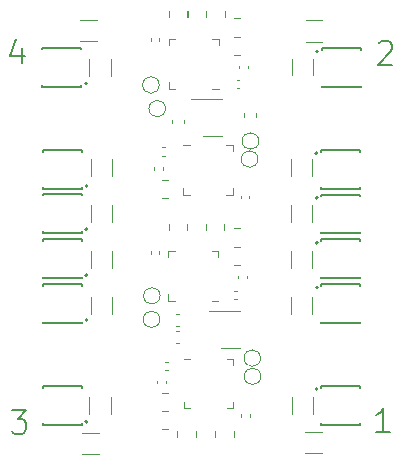
<source format=gbr>
%TF.GenerationSoftware,KiCad,Pcbnew,7.0.2*%
%TF.CreationDate,2023-05-24T20:20:14+03:00*%
%TF.ProjectId,Slimmeri_GD32,536c696d-6d65-4726-995f-474433322e6b,rev?*%
%TF.SameCoordinates,Original*%
%TF.FileFunction,Legend,Top*%
%TF.FilePolarity,Positive*%
%FSLAX46Y46*%
G04 Gerber Fmt 4.6, Leading zero omitted, Abs format (unit mm)*
G04 Created by KiCad (PCBNEW 7.0.2) date 2023-05-24 20:20:14*
%MOMM*%
%LPD*%
G01*
G04 APERTURE LIST*
%ADD10C,0.150000*%
%ADD11C,0.120000*%
%ADD12C,0.200000*%
%ADD13C,0.127000*%
G04 APERTURE END LIST*
D10*
X119435714Y-89705238D02*
X120673809Y-89705238D01*
X120673809Y-89705238D02*
X120007142Y-90467142D01*
X120007142Y-90467142D02*
X120292857Y-90467142D01*
X120292857Y-90467142D02*
X120483333Y-90562380D01*
X120483333Y-90562380D02*
X120578571Y-90657619D01*
X120578571Y-90657619D02*
X120673809Y-90848095D01*
X120673809Y-90848095D02*
X120673809Y-91324285D01*
X120673809Y-91324285D02*
X120578571Y-91514761D01*
X120578571Y-91514761D02*
X120483333Y-91610000D01*
X120483333Y-91610000D02*
X120292857Y-91705238D01*
X120292857Y-91705238D02*
X119721428Y-91705238D01*
X119721428Y-91705238D02*
X119530952Y-91610000D01*
X119530952Y-91610000D02*
X119435714Y-91514761D01*
X150530952Y-58645714D02*
X150626190Y-58550476D01*
X150626190Y-58550476D02*
X150816666Y-58455238D01*
X150816666Y-58455238D02*
X151292857Y-58455238D01*
X151292857Y-58455238D02*
X151483333Y-58550476D01*
X151483333Y-58550476D02*
X151578571Y-58645714D01*
X151578571Y-58645714D02*
X151673809Y-58836190D01*
X151673809Y-58836190D02*
X151673809Y-59026666D01*
X151673809Y-59026666D02*
X151578571Y-59312380D01*
X151578571Y-59312380D02*
X150435714Y-60455238D01*
X150435714Y-60455238D02*
X151673809Y-60455238D01*
X151423809Y-91555238D02*
X150280952Y-91555238D01*
X150852380Y-91555238D02*
X150852380Y-89555238D01*
X150852380Y-89555238D02*
X150661904Y-89840952D01*
X150661904Y-89840952D02*
X150471428Y-90031428D01*
X150471428Y-90031428D02*
X150280952Y-90126666D01*
X120283333Y-59021904D02*
X120283333Y-60355238D01*
X119807142Y-58260000D02*
X119330952Y-59688571D01*
X119330952Y-59688571D02*
X120569047Y-59688571D01*
D11*
%TO.C,TP8*%
X131975000Y-82025000D02*
G75*
G03*
X131975000Y-82025000I-700000J0D01*
G01*
%TO.C,TP7*%
X132000000Y-80025000D02*
G75*
G03*
X132000000Y-80025000I-700000J0D01*
G01*
%TO.C,TP6*%
X132450000Y-64175000D02*
G75*
G03*
X132450000Y-64175000I-700000J0D01*
G01*
%TO.C,TP5*%
X131925000Y-62175000D02*
G75*
G03*
X131925000Y-62175000I-700000J0D01*
G01*
%TO.C,TP4*%
X140350000Y-66925000D02*
G75*
G03*
X140350000Y-66925000I-700000J0D01*
G01*
%TO.C,TP3*%
X140275000Y-68450000D02*
G75*
G03*
X140275000Y-68450000I-700000J0D01*
G01*
%TO.C,TP2*%
X140500000Y-85300000D02*
G75*
G03*
X140500000Y-85300000I-700000J0D01*
G01*
%TO.C,TP1*%
X140525000Y-86850000D02*
G75*
G03*
X140525000Y-86850000I-700000J0D01*
G01*
%TO.C,RN24*%
X137455000Y-55925000D02*
X137455000Y-56425000D01*
X135895000Y-55925000D02*
X135895000Y-56425000D01*
%TO.C,RN8*%
X135070000Y-91975000D02*
X135070000Y-91475000D01*
X136630000Y-91975000D02*
X136630000Y-91475000D01*
D12*
%TO.C,Q14*%
X145350000Y-71725000D02*
G75*
G03*
X145350000Y-71725000I-100000J0D01*
G01*
D13*
X145650000Y-74750000D02*
X145650000Y-74605000D01*
X148950000Y-74750000D02*
X145650000Y-74750000D01*
X148950000Y-74605000D02*
X148950000Y-74750000D01*
X145650000Y-71595000D02*
X145650000Y-71450000D01*
X145650000Y-71450000D02*
X148950000Y-71450000D01*
X148950000Y-71450000D02*
X148950000Y-71595000D01*
D11*
%TO.C,C63*%
X126115000Y-80138748D02*
X126115000Y-81561252D01*
X127935000Y-80138748D02*
X127935000Y-81561252D01*
D12*
%TO.C,Q10*%
X125862500Y-70725000D02*
G75*
G03*
X125862500Y-70725000I-100000J0D01*
G01*
D13*
X125362500Y-67700000D02*
X125362500Y-67845000D01*
X122062500Y-67700000D02*
X125362500Y-67700000D01*
X122062500Y-67845000D02*
X122062500Y-67700000D01*
X125362500Y-70855000D02*
X125362500Y-71000000D01*
X125362500Y-71000000D02*
X122062500Y-71000000D01*
X122062500Y-71000000D02*
X122062500Y-70855000D01*
D11*
%TO.C,RN14*%
X132125000Y-70195000D02*
X132625000Y-70195000D01*
X132125000Y-71755000D02*
X132625000Y-71755000D01*
D12*
%TO.C,Q18*%
X145375000Y-59350000D02*
G75*
G03*
X145375000Y-59350000I-100000J0D01*
G01*
D13*
X145675000Y-62375000D02*
X145675000Y-62230000D01*
X148975000Y-62375000D02*
X145675000Y-62375000D01*
X148975000Y-62230000D02*
X148975000Y-62375000D01*
X145675000Y-59220000D02*
X145675000Y-59075000D01*
X145675000Y-59075000D02*
X148975000Y-59075000D01*
X148975000Y-59075000D02*
X148975000Y-59220000D01*
D11*
%TO.C,C32*%
X133640580Y-83040000D02*
X133359420Y-83040000D01*
X133640580Y-84060000D02*
X133359420Y-84060000D01*
%TO.C,C15*%
X131910000Y-58445336D02*
X131910000Y-58229664D01*
X131190000Y-58445336D02*
X131190000Y-58229664D01*
%TO.C,C57*%
X126115000Y-69861252D02*
X126115000Y-68438748D01*
X127935000Y-69861252D02*
X127935000Y-68438748D01*
%TO.C,C64*%
X127935000Y-77661252D02*
X127935000Y-76238748D01*
X126115000Y-77661252D02*
X126115000Y-76238748D01*
%TO.C,C49*%
X143065000Y-72338748D02*
X143065000Y-73761252D01*
X144885000Y-72338748D02*
X144885000Y-73761252D01*
%TO.C,C16*%
X138690000Y-60542164D02*
X138690000Y-60757836D01*
X139410000Y-60542164D02*
X139410000Y-60757836D01*
%TO.C,RN28*%
X132719503Y-73925000D02*
X132719503Y-74425000D01*
X134279503Y-73925000D02*
X134279503Y-74425000D01*
%TO.C,U1*%
X138210000Y-89560000D02*
X138210000Y-89010000D01*
X138210000Y-85340000D02*
X138210000Y-85890000D01*
X137660000Y-89560000D02*
X138210000Y-89560000D01*
X137660000Y-85340000D02*
X138210000Y-85340000D01*
X134540000Y-89560000D02*
X133990000Y-89560000D01*
X134540000Y-85340000D02*
X133990000Y-85340000D01*
X133990000Y-89560000D02*
X133990000Y-89010000D01*
%TO.C,C5*%
X138815000Y-71542164D02*
X138815000Y-71757836D01*
X139535000Y-71542164D02*
X139535000Y-71757836D01*
%TO.C,C1*%
X138865000Y-90042164D02*
X138865000Y-90257836D01*
X139585000Y-90042164D02*
X139585000Y-90257836D01*
%TO.C,C4*%
X132485000Y-87432836D02*
X132485000Y-87217164D01*
X131765000Y-87432836D02*
X131765000Y-87217164D01*
%TO.C,RN4*%
X132200000Y-89782500D02*
X132700000Y-89782500D01*
X132200000Y-91342500D02*
X132700000Y-91342500D01*
%TO.C,C23*%
X131189503Y-76457836D02*
X131189503Y-76242164D01*
X131909503Y-76457836D02*
X131909503Y-76242164D01*
%TO.C,C52*%
X145711252Y-91540000D02*
X144288748Y-91540000D01*
X145711252Y-93360000D02*
X144288748Y-93360000D01*
%TO.C,C58*%
X127935000Y-72338748D02*
X127935000Y-73761252D01*
X126115000Y-72338748D02*
X126115000Y-73761252D01*
%TO.C,C30*%
X133640580Y-81565000D02*
X133359420Y-81565000D01*
X133640580Y-82585000D02*
X133359420Y-82585000D01*
%TO.C,C18*%
X138492164Y-62435000D02*
X138707836Y-62435000D01*
X138492164Y-61715000D02*
X138707836Y-61715000D01*
D12*
%TO.C,Q22*%
X145362500Y-79325000D02*
G75*
G03*
X145362500Y-79325000I-100000J0D01*
G01*
D13*
X145662500Y-82350000D02*
X145662500Y-82205000D01*
X148962500Y-82350000D02*
X145662500Y-82350000D01*
X148962500Y-82205000D02*
X148962500Y-82350000D01*
X145662500Y-79195000D02*
X145662500Y-79050000D01*
X145662500Y-79050000D02*
X148962500Y-79050000D01*
X148962500Y-79050000D02*
X148962500Y-79195000D01*
D11*
%TO.C,RN30*%
X138724503Y-77430000D02*
X138224503Y-77430000D01*
X138724503Y-75870000D02*
X138224503Y-75870000D01*
%TO.C,C68*%
X145736252Y-56690000D02*
X144313748Y-56690000D01*
X145736252Y-58510000D02*
X144313748Y-58510000D01*
%TO.C,C55*%
X143165000Y-88613748D02*
X143165000Y-90036252D01*
X144985000Y-88613748D02*
X144985000Y-90036252D01*
D12*
%TO.C,Q24*%
X145362500Y-75525000D02*
G75*
G03*
X145362500Y-75525000I-100000J0D01*
G01*
D13*
X145662500Y-78550000D02*
X145662500Y-78405000D01*
X148962500Y-78550000D02*
X145662500Y-78550000D01*
X148962500Y-78405000D02*
X148962500Y-78550000D01*
X145662500Y-75395000D02*
X145662500Y-75250000D01*
X145662500Y-75250000D02*
X148962500Y-75250000D01*
X148962500Y-75250000D02*
X148962500Y-75395000D01*
D11*
%TO.C,C51*%
X125363748Y-93435000D02*
X126786252Y-93435000D01*
X125363748Y-91615000D02*
X126786252Y-91615000D01*
%TO.C,C48*%
X144885000Y-69861252D02*
X144885000Y-68438748D01*
X143065000Y-69861252D02*
X143065000Y-68438748D01*
D12*
%TO.C,Q16*%
X145325000Y-67975000D02*
G75*
G03*
X145325000Y-67975000I-100000J0D01*
G01*
D13*
X145625000Y-71000000D02*
X145625000Y-70855000D01*
X148925000Y-71000000D02*
X145625000Y-71000000D01*
X148925000Y-70855000D02*
X148925000Y-71000000D01*
X145625000Y-67845000D02*
X145625000Y-67700000D01*
X145625000Y-67700000D02*
X148925000Y-67700000D01*
X148925000Y-67700000D02*
X148925000Y-67845000D01*
D12*
%TO.C,Q20*%
X145337500Y-87925000D02*
G75*
G03*
X145337500Y-87925000I-100000J0D01*
G01*
D13*
X145637500Y-90950000D02*
X145637500Y-90805000D01*
X148937500Y-90950000D02*
X145637500Y-90950000D01*
X148937500Y-90805000D02*
X148937500Y-90950000D01*
X145637500Y-87795000D02*
X145637500Y-87650000D01*
X145637500Y-87650000D02*
X148937500Y-87650000D01*
X148937500Y-87650000D02*
X148937500Y-87795000D01*
D11*
%TO.C,C50*%
X143065000Y-80138748D02*
X143065000Y-81561252D01*
X144885000Y-80138748D02*
X144885000Y-81561252D01*
%TO.C,RN32*%
X135869503Y-73925000D02*
X135869503Y-74425000D01*
X137429503Y-73925000D02*
X137429503Y-74425000D01*
%TO.C,C25*%
X138266667Y-80310000D02*
X138482339Y-80310000D01*
X138266667Y-79590000D02*
X138482339Y-79590000D01*
%TO.C,RN6*%
X132200000Y-88232500D02*
X132700000Y-88232500D01*
X132200000Y-89792500D02*
X132700000Y-89792500D01*
%TO.C,RN7*%
X136670000Y-91975000D02*
X136670000Y-91475000D01*
X138230000Y-91975000D02*
X138230000Y-91475000D01*
%TO.C,C40*%
X125238748Y-58460000D02*
X126661252Y-58460000D01*
X125238748Y-56640000D02*
X126661252Y-56640000D01*
%TO.C,U9*%
X137925000Y-84410000D02*
X138725000Y-84410000D01*
X137925000Y-84410000D02*
X137125000Y-84410000D01*
X137925000Y-81290000D02*
X138725000Y-81290000D01*
X137925000Y-81290000D02*
X136125000Y-81290000D01*
D12*
%TO.C,Q4*%
X125850000Y-82075000D02*
G75*
G03*
X125850000Y-82075000I-100000J0D01*
G01*
D13*
X125350000Y-79050000D02*
X125350000Y-79195000D01*
X122050000Y-79050000D02*
X125350000Y-79050000D01*
X122050000Y-79195000D02*
X122050000Y-79050000D01*
X125350000Y-82205000D02*
X125350000Y-82350000D01*
X125350000Y-82350000D02*
X122050000Y-82350000D01*
X122050000Y-82350000D02*
X122050000Y-82205000D01*
D11*
%TO.C,RN29*%
X134294503Y-73925000D02*
X134294503Y-74425000D01*
X135854503Y-73925000D02*
X135854503Y-74425000D01*
%TO.C,C71*%
X144960000Y-61361252D02*
X144960000Y-59938748D01*
X143140000Y-61361252D02*
X143140000Y-59938748D01*
%TO.C,RN5*%
X133470000Y-91975000D02*
X133470000Y-91475000D01*
X135030000Y-91975000D02*
X135030000Y-91475000D01*
%TO.C,U3*%
X138160000Y-71460000D02*
X138160000Y-70910000D01*
X138160000Y-67240000D02*
X138160000Y-67790000D01*
X137610000Y-71460000D02*
X138160000Y-71460000D01*
X137610000Y-67240000D02*
X138160000Y-67240000D01*
X134490000Y-71460000D02*
X133940000Y-71460000D01*
X134490000Y-67240000D02*
X133940000Y-67240000D01*
X133940000Y-71460000D02*
X133940000Y-70910000D01*
%TO.C,U5*%
X132740000Y-58265000D02*
X132740000Y-58815000D01*
X132740000Y-62485000D02*
X132740000Y-61935000D01*
X133290000Y-58265000D02*
X132740000Y-58265000D01*
X133290000Y-62485000D02*
X132740000Y-62485000D01*
X136410000Y-58265000D02*
X136960000Y-58265000D01*
X136410000Y-62485000D02*
X136960000Y-62485000D01*
X136960000Y-58265000D02*
X136960000Y-58815000D01*
D13*
%TO.C,Q6*%
X122050000Y-90950000D02*
X122050000Y-90805000D01*
X125350000Y-90950000D02*
X122050000Y-90950000D01*
X125350000Y-90805000D02*
X125350000Y-90950000D01*
X122050000Y-87795000D02*
X122050000Y-87650000D01*
X122050000Y-87650000D02*
X125350000Y-87650000D01*
X125350000Y-87650000D02*
X125350000Y-87795000D01*
D12*
X125850000Y-90675000D02*
G75*
G03*
X125850000Y-90675000I-100000J0D01*
G01*
D11*
%TO.C,RN31*%
X138724503Y-75855000D02*
X138224503Y-75855000D01*
X138724503Y-74295000D02*
X138224503Y-74295000D01*
D12*
%TO.C,Q1*%
X125850000Y-78275000D02*
G75*
G03*
X125850000Y-78275000I-100000J0D01*
G01*
D13*
X125350000Y-75250000D02*
X125350000Y-75395000D01*
X122050000Y-75250000D02*
X125350000Y-75250000D01*
X122050000Y-75395000D02*
X122050000Y-75250000D01*
X125350000Y-78405000D02*
X125350000Y-78550000D01*
X125350000Y-78550000D02*
X122050000Y-78550000D01*
X122050000Y-78550000D02*
X122050000Y-78405000D01*
D11*
%TO.C,RN22*%
X138750000Y-59655000D02*
X138250000Y-59655000D01*
X138750000Y-58095000D02*
X138250000Y-58095000D01*
%TO.C,C8*%
X132407836Y-67465000D02*
X132192164Y-67465000D01*
X132407836Y-68185000D02*
X132192164Y-68185000D01*
%TO.C,RN21*%
X135880000Y-55925000D02*
X135880000Y-56425000D01*
X134320000Y-55925000D02*
X134320000Y-56425000D01*
%TO.C,C13*%
X132657836Y-85590000D02*
X132442164Y-85590000D01*
X132657836Y-86310000D02*
X132442164Y-86310000D01*
%TO.C,C38*%
X127835000Y-61386252D02*
X127835000Y-59963748D01*
X126015000Y-61386252D02*
X126015000Y-59963748D01*
D13*
%TO.C,Q8*%
X122012500Y-62325000D02*
X122012500Y-62180000D01*
X125312500Y-62325000D02*
X122012500Y-62325000D01*
X125312500Y-62180000D02*
X125312500Y-62325000D01*
X122012500Y-59170000D02*
X122012500Y-59025000D01*
X122012500Y-59025000D02*
X125312500Y-59025000D01*
X125312500Y-59025000D02*
X125312500Y-59170000D01*
D12*
X125812500Y-62050000D02*
G75*
G03*
X125812500Y-62050000I-100000J0D01*
G01*
D11*
%TO.C,C53*%
X125990000Y-88613748D02*
X125990000Y-90036252D01*
X127810000Y-88613748D02*
X127810000Y-90036252D01*
%TO.C,C6*%
X132210000Y-69332836D02*
X132210000Y-69117164D01*
X131490000Y-69332836D02*
X131490000Y-69117164D01*
D12*
%TO.C,Q12*%
X125850000Y-74400000D02*
G75*
G03*
X125850000Y-74400000I-100000J0D01*
G01*
D13*
X125350000Y-71375000D02*
X125350000Y-71520000D01*
X122050000Y-71375000D02*
X125350000Y-71375000D01*
X122050000Y-71520000D02*
X122050000Y-71375000D01*
X125350000Y-74530000D02*
X125350000Y-74675000D01*
X125350000Y-74675000D02*
X122050000Y-74675000D01*
X122050000Y-74675000D02*
X122050000Y-74530000D01*
D11*
%TO.C,RN20*%
X134305000Y-55925000D02*
X134305000Y-56425000D01*
X132745000Y-55925000D02*
X132745000Y-56425000D01*
%TO.C,RN23*%
X138750000Y-58080000D02*
X138250000Y-58080000D01*
X138750000Y-56520000D02*
X138250000Y-56520000D01*
%TO.C,C22*%
X138614503Y-78317164D02*
X138614503Y-78532836D01*
X139334503Y-78317164D02*
X139334503Y-78532836D01*
%TO.C,U7*%
X132690000Y-76215000D02*
X132690000Y-76765000D01*
X132690000Y-80435000D02*
X132690000Y-79885000D01*
X133240000Y-76215000D02*
X132690000Y-76215000D01*
X133240000Y-80435000D02*
X132690000Y-80435000D01*
X136360000Y-76215000D02*
X136910000Y-76215000D01*
X136360000Y-80435000D02*
X136910000Y-80435000D01*
X136910000Y-76215000D02*
X136910000Y-76765000D01*
%TO.C,C43*%
X144885000Y-77661252D02*
X144885000Y-76238748D01*
X143065000Y-77661252D02*
X143065000Y-76238748D01*
%TO.C,C31*%
X134035000Y-65109420D02*
X134035000Y-65390580D01*
X133015000Y-65109420D02*
X133015000Y-65390580D01*
%TO.C,C29*%
X140135000Y-64584420D02*
X140135000Y-64865580D01*
X139115000Y-64584420D02*
X139115000Y-64865580D01*
%TO.C,U11*%
X136400000Y-63365000D02*
X137200000Y-63365000D01*
X136400000Y-63365000D02*
X134600000Y-63365000D01*
X136400000Y-66485000D02*
X137200000Y-66485000D01*
X136400000Y-66485000D02*
X135600000Y-66485000D01*
%TD*%
M02*

</source>
